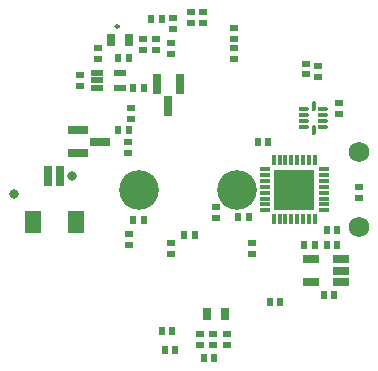
<source format=gbs>
%FSLAX24Y24*%
%MOIN*%
G70*
G01*
G75*
G04 Layer_Color=16711935*
%ADD10C,0.0100*%
G04:AMPARAMS|DCode=11|XSize=63mil|YSize=98.4mil|CornerRadius=15.7mil|HoleSize=0mil|Usage=FLASHONLY|Rotation=0.000|XOffset=0mil|YOffset=0mil|HoleType=Round|Shape=RoundedRectangle|*
%AMROUNDEDRECTD11*
21,1,0.0630,0.0669,0,0,0.0*
21,1,0.0315,0.0984,0,0,0.0*
1,1,0.0315,0.0157,-0.0335*
1,1,0.0315,-0.0157,-0.0335*
1,1,0.0315,-0.0157,0.0335*
1,1,0.0315,0.0157,0.0335*
%
%ADD11ROUNDEDRECTD11*%
G04:AMPARAMS|DCode=12|XSize=33.5mil|YSize=17.7mil|CornerRadius=4.4mil|HoleSize=0mil|Usage=FLASHONLY|Rotation=0.000|XOffset=0mil|YOffset=0mil|HoleType=Round|Shape=RoundedRectangle|*
%AMROUNDEDRECTD12*
21,1,0.0335,0.0089,0,0,0.0*
21,1,0.0246,0.0177,0,0,0.0*
1,1,0.0089,0.0123,-0.0044*
1,1,0.0089,-0.0123,-0.0044*
1,1,0.0089,-0.0123,0.0044*
1,1,0.0089,0.0123,0.0044*
%
%ADD12ROUNDEDRECTD12*%
%ADD13O,0.0335X0.0110*%
%ADD14O,0.0110X0.0335*%
%ADD15R,0.2028X0.2028*%
%ADD16R,0.1850X0.1850*%
%ADD17O,0.0110X0.0315*%
%ADD18O,0.0315X0.0110*%
%ADD19O,0.0276X0.0098*%
%ADD20O,0.0098X0.0276*%
%ADD21O,0.0532X0.0177*%
%ADD22R,0.0142X0.0142*%
%ADD23R,0.0110X0.0110*%
G04:AMPARAMS|DCode=24|XSize=59.1mil|YSize=102.4mil|CornerRadius=0mil|HoleSize=0mil|Usage=FLASHONLY|Rotation=230.000|XOffset=0mil|YOffset=0mil|HoleType=Round|Shape=Rectangle|*
%AMROTATEDRECTD24*
4,1,4,-0.0202,0.0555,0.0582,-0.0103,0.0202,-0.0555,-0.0582,0.0103,-0.0202,0.0555,0.0*
%
%ADD24ROTATEDRECTD24*%

%ADD25R,0.0551X0.0630*%
%ADD26R,0.0630X0.0748*%
%ADD27R,0.0532X0.0157*%
%ADD28R,0.0138X0.0098*%
%ADD29R,0.0098X0.0187*%
%ADD30R,0.0217X0.0394*%
%ADD31R,0.0118X0.0193*%
%ADD32R,0.0118X0.0209*%
%ADD33R,0.0787X0.0472*%
%ADD34R,0.0335X0.0157*%
%ADD35R,0.0157X0.0335*%
%ADD36R,0.0276X0.0354*%
%ADD37R,0.0197X0.0315*%
%ADD38O,0.0315X0.0157*%
%ADD39R,0.2362X0.1890*%
%ADD40R,0.0236X0.0157*%
%ADD41R,0.0197X0.0354*%
%ADD42R,0.0157X0.0236*%
%ADD43R,0.0354X0.0197*%
%ADD44C,0.0060*%
%ADD45C,0.0050*%
%ADD46C,0.0120*%
%ADD47C,0.0181*%
%ADD48C,0.0080*%
%ADD49C,0.0150*%
%ADD50C,0.1260*%
%ADD51C,0.0630*%
%ADD52C,0.0180*%
%ADD53C,0.0197*%
%ADD54C,0.0276*%
%ADD55C,0.0260*%
%ADD56C,0.0220*%
%ADD57C,0.0200*%
%ADD58R,0.0236X0.0610*%
%ADD59R,0.0472X0.0709*%
%ADD60R,0.0591X0.0236*%
%ADD61R,0.0236X0.0591*%
%ADD62R,0.0512X0.0217*%
%ADD63R,0.1299X0.1299*%
%ADD64O,0.0315X0.0098*%
%ADD65O,0.0098X0.0315*%
%ADD66C,0.0098*%
%ADD67C,0.0039*%
%ADD68C,0.0079*%
%ADD69C,0.0047*%
G04:AMPARAMS|DCode=70|XSize=43.3mil|YSize=55.1mil|CornerRadius=0mil|HoleSize=0mil|Usage=FLASHONLY|Rotation=230.000|XOffset=0mil|YOffset=0mil|HoleType=Round|Shape=Rectangle|*
%AMROTATEDRECTD70*
4,1,4,-0.0072,0.0343,0.0350,-0.0011,0.0072,-0.0343,-0.0350,0.0011,-0.0072,0.0343,0.0*
%
%ADD70ROTATEDRECTD70*%

G04:AMPARAMS|DCode=71|XSize=69mil|YSize=104.4mil|CornerRadius=18.7mil|HoleSize=0mil|Usage=FLASHONLY|Rotation=0.000|XOffset=0mil|YOffset=0mil|HoleType=Round|Shape=RoundedRectangle|*
%AMROUNDEDRECTD71*
21,1,0.0690,0.0669,0,0,0.0*
21,1,0.0315,0.1044,0,0,0.0*
1,1,0.0375,0.0157,-0.0335*
1,1,0.0375,-0.0157,-0.0335*
1,1,0.0375,-0.0157,0.0335*
1,1,0.0375,0.0157,0.0335*
%
%ADD71ROUNDEDRECTD71*%
G04:AMPARAMS|DCode=72|XSize=39.5mil|YSize=23.7mil|CornerRadius=7.4mil|HoleSize=0mil|Usage=FLASHONLY|Rotation=0.000|XOffset=0mil|YOffset=0mil|HoleType=Round|Shape=RoundedRectangle|*
%AMROUNDEDRECTD72*
21,1,0.0395,0.0089,0,0,0.0*
21,1,0.0246,0.0237,0,0,0.0*
1,1,0.0149,0.0123,-0.0044*
1,1,0.0149,-0.0123,-0.0044*
1,1,0.0149,-0.0123,0.0044*
1,1,0.0149,0.0123,0.0044*
%
%ADD72ROUNDEDRECTD72*%
%ADD73O,0.0390X0.0165*%
%ADD74O,0.0165X0.0390*%
%ADD75R,0.2088X0.2088*%
%ADD76R,0.1910X0.1910*%
%ADD77O,0.0165X0.0370*%
%ADD78O,0.0370X0.0165*%
%ADD79O,0.0336X0.0158*%
%ADD80O,0.0158X0.0336*%
%ADD81O,0.0592X0.0237*%
%ADD82R,0.0202X0.0202*%
%ADD83R,0.0170X0.0170*%
G04:AMPARAMS|DCode=84|XSize=65.1mil|YSize=108.4mil|CornerRadius=0mil|HoleSize=0mil|Usage=FLASHONLY|Rotation=230.000|XOffset=0mil|YOffset=0mil|HoleType=Round|Shape=Rectangle|*
%AMROTATEDRECTD84*
4,1,4,-0.0206,0.0597,0.0624,-0.0099,0.0206,-0.0597,-0.0624,0.0099,-0.0206,0.0597,0.0*
%
%ADD84ROTATEDRECTD84*%

%ADD85R,0.0630X0.0709*%
%ADD86R,0.0709X0.0827*%
%ADD87R,0.0610X0.0236*%
%ADD88R,0.0198X0.0158*%
%ADD89R,0.0158X0.0247*%
%ADD90R,0.0277X0.0454*%
%ADD91R,0.0178X0.0253*%
%ADD92R,0.0178X0.0269*%
%ADD93R,0.0847X0.0532*%
%ADD94R,0.0395X0.0217*%
%ADD95R,0.0217X0.0395*%
%ADD96R,0.0336X0.0414*%
%ADD97R,0.0257X0.0375*%
%ADD98O,0.0375X0.0217*%
%ADD99R,0.2422X0.1950*%
%ADD100R,0.0296X0.0217*%
%ADD101R,0.0257X0.0414*%
%ADD102R,0.0217X0.0296*%
%ADD103R,0.0414X0.0257*%
%ADD104C,0.1320*%
%ADD105C,0.0690*%
%ADD106C,0.0320*%
%ADD107C,0.0020*%
%ADD108R,0.0296X0.0670*%
%ADD109R,0.0532X0.0769*%
%ADD110R,0.0651X0.0296*%
%ADD111R,0.0296X0.0651*%
%ADD112R,0.0572X0.0277*%
%ADD113R,0.1359X0.1359*%
%ADD114O,0.0375X0.0158*%
%ADD115O,0.0158X0.0375*%
%ADD116C,0.0076*%
D10*
X-2400Y5450D02*
G03*
X-2400Y5450I-50J0D01*
G01*
D79*
X4415Y2695D02*
D03*
Y2498D02*
D03*
Y2302D02*
D03*
Y2105D02*
D03*
X3785D02*
D03*
Y2302D02*
D03*
Y2498D02*
D03*
Y2695D02*
D03*
D80*
X4100Y2006D02*
D03*
Y2794D02*
D03*
D94*
X-2376Y3394D02*
D03*
Y3906D02*
D03*
X-3124D02*
D03*
Y3650D02*
D03*
Y3394D02*
D03*
D100*
X-2050Y-1473D02*
D03*
Y-1827D02*
D03*
X-1150Y4673D02*
D03*
Y5027D02*
D03*
X-1600Y4673D02*
D03*
Y5027D02*
D03*
X-600Y5373D02*
D03*
Y5727D02*
D03*
X-650Y4523D02*
D03*
Y4877D02*
D03*
X4950Y2523D02*
D03*
Y2877D02*
D03*
X4250Y3773D02*
D03*
Y4127D02*
D03*
X3850Y3850D02*
D03*
Y4204D02*
D03*
X1450Y5023D02*
D03*
Y5377D02*
D03*
Y4727D02*
D03*
Y4373D02*
D03*
X400Y5573D02*
D03*
Y5927D02*
D03*
X0Y5573D02*
D03*
Y5927D02*
D03*
X-2000Y2373D02*
D03*
Y2727D02*
D03*
X-2100Y1577D02*
D03*
Y1223D02*
D03*
X-3700Y3473D02*
D03*
Y3827D02*
D03*
X-3100Y4727D02*
D03*
Y4373D02*
D03*
X1200Y-4823D02*
D03*
Y-5177D02*
D03*
X750D02*
D03*
Y-4823D02*
D03*
X300Y-5177D02*
D03*
Y-4823D02*
D03*
X2050Y-1773D02*
D03*
Y-2127D02*
D03*
X850Y-573D02*
D03*
Y-927D02*
D03*
X-650Y-2127D02*
D03*
Y-1773D02*
D03*
X5600Y77D02*
D03*
Y-277D02*
D03*
D101*
X-2645Y5000D02*
D03*
X-2055D02*
D03*
X555Y-4150D02*
D03*
X1145D02*
D03*
D102*
X-1573Y-1000D02*
D03*
X-1927D02*
D03*
X-973Y5700D02*
D03*
X-1327D02*
D03*
X-2073Y4400D02*
D03*
X-2427D02*
D03*
Y2000D02*
D03*
X-2073D02*
D03*
X-1573Y3400D02*
D03*
X-1927D02*
D03*
X4777Y-3500D02*
D03*
X4423D02*
D03*
X4523Y-1850D02*
D03*
X4877D02*
D03*
X4127D02*
D03*
X3773D02*
D03*
X4877Y-1350D02*
D03*
X4523D02*
D03*
X2977Y-3750D02*
D03*
X2623D02*
D03*
X423Y-5600D02*
D03*
X777D02*
D03*
X-523Y-5350D02*
D03*
X-877D02*
D03*
X-977Y-4700D02*
D03*
X-623D02*
D03*
X1927Y-900D02*
D03*
X1573D02*
D03*
X-227Y-1500D02*
D03*
X127D02*
D03*
X2223Y1600D02*
D03*
X2577D02*
D03*
D104*
X-1734Y0D02*
D03*
X1534D02*
D03*
D105*
X5600Y-1250D02*
D03*
Y1250D02*
D03*
D106*
X-5900Y-150D02*
D03*
X-3951Y451D02*
D03*
D107*
X-4000Y1600D02*
D03*
X-5100Y200D02*
D03*
X-4550Y1400D02*
D03*
X-4860Y1940D02*
D03*
X2400Y-5300D02*
D03*
X4050Y-2700D02*
D03*
X5050Y-800D02*
D03*
Y500D02*
D03*
D108*
X-4747Y451D02*
D03*
X-4353D02*
D03*
D109*
X-5259Y-1074D02*
D03*
X-3841D02*
D03*
D110*
X-3774Y1226D02*
D03*
Y1974D02*
D03*
X-3026Y1600D02*
D03*
D111*
X-1124Y3524D02*
D03*
X-376D02*
D03*
X-750Y2776D02*
D03*
D112*
X4008Y-2326D02*
D03*
Y-3074D02*
D03*
X4992D02*
D03*
Y-2700D02*
D03*
Y-2326D02*
D03*
D113*
X3450Y0D02*
D03*
D114*
X2466Y689D02*
D03*
Y492D02*
D03*
Y295D02*
D03*
Y98D02*
D03*
Y-98D02*
D03*
Y-295D02*
D03*
Y-492D02*
D03*
Y-689D02*
D03*
X4434D02*
D03*
Y-492D02*
D03*
Y-295D02*
D03*
Y-98D02*
D03*
Y98D02*
D03*
Y295D02*
D03*
Y492D02*
D03*
Y689D02*
D03*
D115*
X2761Y-984D02*
D03*
X2958D02*
D03*
X3155D02*
D03*
X3352D02*
D03*
X3548D02*
D03*
X3745D02*
D03*
X3942D02*
D03*
X4139D02*
D03*
Y984D02*
D03*
X3942D02*
D03*
X3745D02*
D03*
X3548D02*
D03*
X3352D02*
D03*
X3155D02*
D03*
X2958D02*
D03*
X2761D02*
D03*
D116*
X3450Y0D02*
D03*
M02*

</source>
